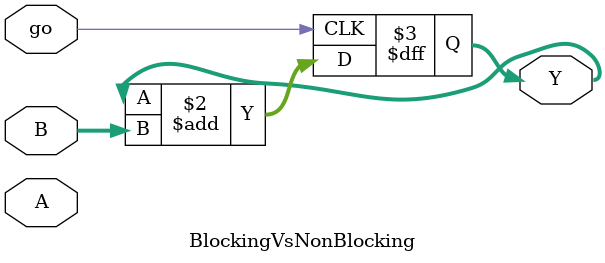
<source format=v>
`timescale 1ns / 1ps

module BlockingVsNonBlocking(A, B, Y, go);

	input [3:0] A, B;
	input go;
	output reg [7:0] Y;
	
	always @(posedge go) begin
	
	Y<=A;
	Y<= Y+B;
	end

endmodule

</source>
